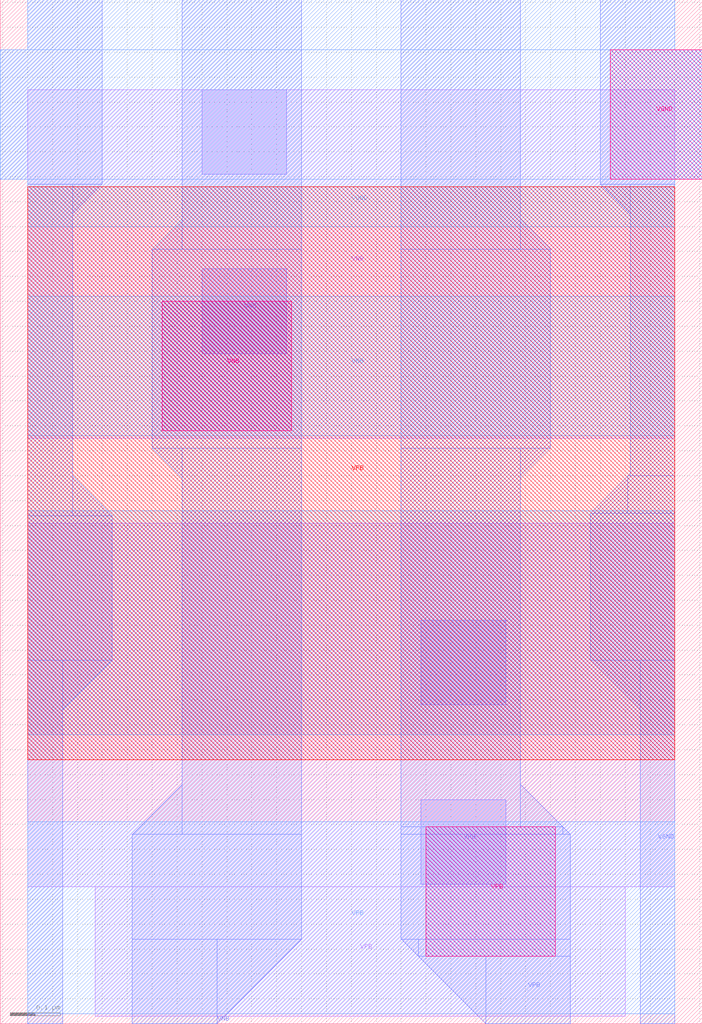
<source format=lef>
VERSION 5.7 ;
  NOWIREEXTENSIONATPIN ON ;
  DIVIDERCHAR "/" ;
  BUSBITCHARS "[]" ;
MACRO sky130_fd_bd_sram__sram_sp_colend_p_cent
  CLASS BLOCK ;
  FOREIGN sky130_fd_bd_sram__sram_sp_colend_p_cent ;
  ORIGIN 0.055 0.000 ;
  SIZE 1.410 BY 2.055 ;
  PIN VGND
    USE GROUND ;
    PORT
      LAYER met1 ;
        RECT 0.000 1.955 0.150 2.055 ;
        RECT -0.055 1.695 0.150 1.955 ;
        RECT 0.000 1.685 0.150 1.695 ;
        RECT 0.000 1.020 0.090 1.685 ;
        POLYGON 0.090 1.685 0.150 1.685 0.090 1.625 ;
        RECT 1.150 1.955 1.300 2.055 ;
        RECT 1.150 1.695 1.355 1.955 ;
        RECT 1.150 1.685 1.300 1.695 ;
        POLYGON 1.150 1.685 1.210 1.685 1.210 1.625 ;
        POLYGON 1.210 1.105 1.210 1.100 1.205 1.100 ;
        RECT 1.210 1.100 1.300 1.685 ;
        POLYGON 0.090 1.100 0.170 1.020 0.090 1.020 ;
        RECT 0.000 0.730 0.170 1.020 ;
        RECT 0.000 0.000 0.070 0.730 ;
        POLYGON 0.070 0.730 0.170 0.730 0.070 0.630 ;
        POLYGON 1.205 1.100 1.205 1.025 1.130 1.025 ;
        RECT 1.205 1.025 1.300 1.100 ;
        RECT 1.130 0.730 1.300 1.025 ;
        POLYGON 1.130 0.730 1.230 0.730 1.230 0.630 ;
        RECT 1.230 0.000 1.300 0.730 ;
      LAYER via ;
        RECT 1.170 1.695 1.355 1.955 ;
      LAYER met2 ;
        RECT 0.000 1.955 1.300 2.055 ;
        RECT -0.055 1.695 1.355 1.955 ;
        RECT 0.000 1.600 1.300 1.695 ;
    END
  END VGND
  PIN VNB
    PORT
      LAYER li1 ;
        RECT 0.000 1.175 1.300 1.875 ;
      LAYER mcon ;
        RECT 0.350 1.705 0.520 1.875 ;
        RECT 0.350 1.345 0.520 1.515 ;
      LAYER met1 ;
        POLYGON 0.310 1.615 0.310 1.555 0.250 1.555 ;
        RECT 0.310 1.555 0.550 2.055 ;
        RECT 0.250 1.155 0.550 1.555 ;
        POLYGON 0.250 1.155 0.310 1.155 0.310 1.095 ;
        POLYGON 0.310 0.480 0.310 0.380 0.210 0.380 ;
        RECT 0.310 0.380 0.550 1.155 ;
        RECT 0.210 0.170 0.550 0.380 ;
        RECT 0.210 0.000 0.380 0.170 ;
        POLYGON 0.380 0.170 0.550 0.170 0.380 0.000 ;
      LAYER via ;
        RECT 0.270 1.190 0.530 1.450 ;
      LAYER met2 ;
        RECT 0.000 1.180 1.300 1.460 ;
    END
  END VNB
  PIN VPB
    ANTENNADIFFAREA 1.495000 ;
    PORT
      LAYER pwell ;
        RECT 0.000 0.530 1.300 1.680 ;
      LAYER li1 ;
        RECT 0.000 0.275 1.300 1.005 ;
        RECT 0.135 0.015 1.200 0.275 ;
      LAYER mcon ;
        RECT 0.790 0.640 0.960 0.810 ;
        RECT 0.790 0.280 0.960 0.450 ;
      LAYER met1 ;
        RECT 0.750 1.555 0.990 2.055 ;
        POLYGON 0.990 1.615 1.050 1.555 0.990 1.555 ;
        RECT 0.750 1.155 1.050 1.555 ;
        RECT 0.750 0.395 0.990 1.155 ;
        POLYGON 0.990 1.155 1.050 1.155 0.990 1.095 ;
        POLYGON 0.990 0.480 1.075 0.395 0.990 0.395 ;
        RECT 0.750 0.380 1.075 0.395 ;
        POLYGON 1.075 0.395 1.090 0.380 1.075 0.380 ;
        RECT 0.750 0.170 1.090 0.380 ;
        POLYGON 0.750 0.170 0.785 0.170 0.785 0.135 ;
        RECT 0.785 0.135 1.090 0.170 ;
        POLYGON 0.785 0.135 0.920 0.135 0.920 0.000 ;
        RECT 0.920 0.000 1.090 0.135 ;
      LAYER via ;
        RECT 0.800 0.135 1.060 0.395 ;
      LAYER met2 ;
        RECT 0.000 0.020 1.300 0.405 ;
    END
  END VPB
  OBS
      LAYER met2 ;
        RECT 0.000 0.580 1.300 1.030 ;
  END
END sky130_fd_bd_sram__sram_sp_colend_p_cent
END LIBRARY


</source>
